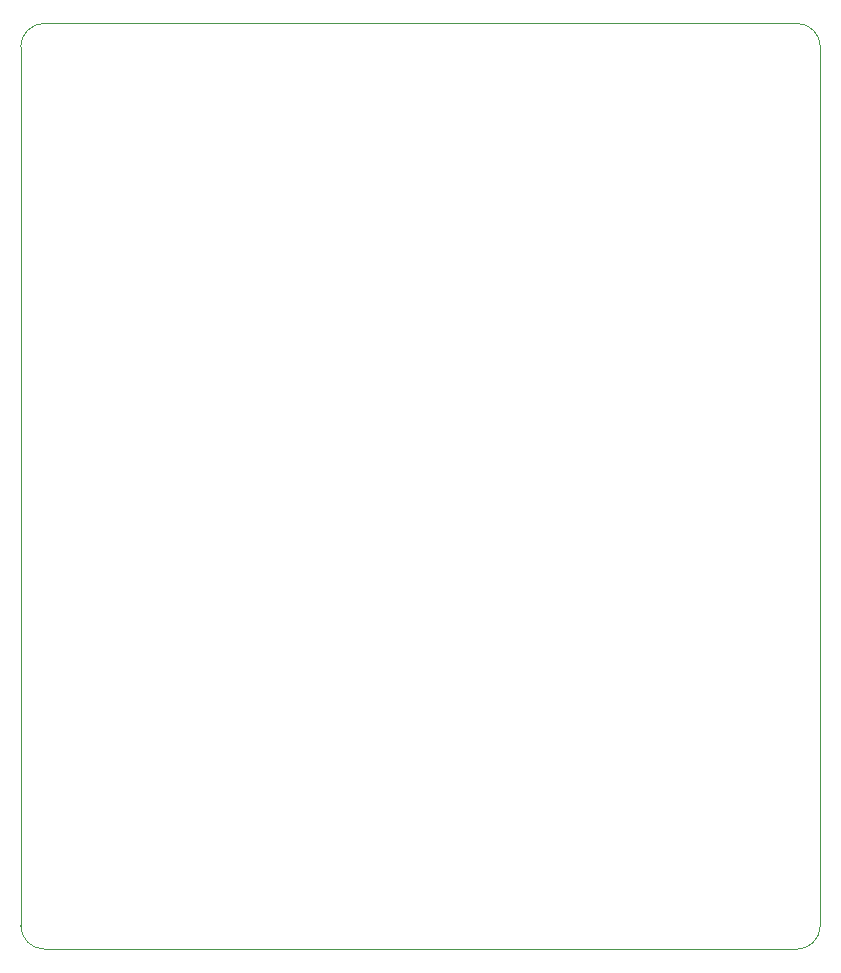
<source format=gbr>
%TF.GenerationSoftware,KiCad,Pcbnew,(6.0.2-0)*%
%TF.CreationDate,2022-07-28T16:30:59+02:00*%
%TF.ProjectId,stepper_testbench,73746570-7065-4725-9f74-65737462656e,rev?*%
%TF.SameCoordinates,Original*%
%TF.FileFunction,Profile,NP*%
%FSLAX46Y46*%
G04 Gerber Fmt 4.6, Leading zero omitted, Abs format (unit mm)*
G04 Created by KiCad (PCBNEW (6.0.2-0)) date 2022-07-28 16:30:59*
%MOMM*%
%LPD*%
G01*
G04 APERTURE LIST*
%TA.AperFunction,Profile*%
%ADD10C,0.100000*%
%TD*%
G04 APERTURE END LIST*
D10*
X191140000Y-117498027D02*
G75*
G03*
X193151999Y-115514000I12000J2000027D01*
G01*
X193152000Y-41099937D02*
G75*
G03*
X191152000Y-39099937I-1999999J1D01*
G01*
X125460000Y-115498000D02*
G75*
G03*
X127446000Y-117484000I1986000J0D01*
G01*
X191152000Y-39099937D02*
X127445871Y-39116000D01*
X193151999Y-115514000D02*
X193152000Y-41099937D01*
X127445871Y-39116000D02*
G75*
G03*
X125446000Y-41099937I-15870J-1983938D01*
G01*
X125446000Y-41099937D02*
X125460000Y-115498000D01*
X127446000Y-117484000D02*
X191140000Y-117498027D01*
M02*

</source>
